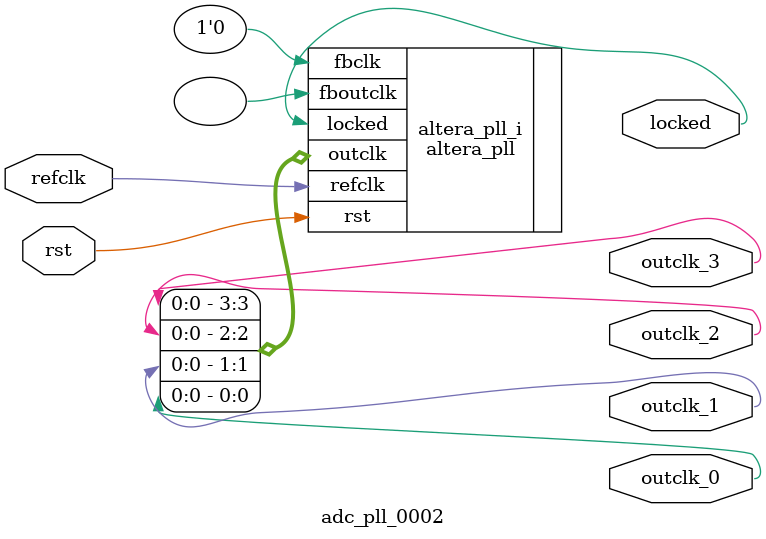
<source format=v>
`timescale 1ns/10ps
module  adc_pll_0002(

	// interface 'refclk'
	input wire refclk,

	// interface 'reset'
	input wire rst,

	// interface 'outclk0'
	output wire outclk_0,

	// interface 'outclk1'
	output wire outclk_1,

	// interface 'outclk2'
	output wire outclk_2,

	// interface 'outclk3'
	output wire outclk_3,

	// interface 'locked'
	output wire locked
);

	altera_pll #(
		.fractional_vco_multiplier("false"),
		.reference_clock_frequency("100.0 MHz"),
		.operation_mode("direct"),
		.number_of_clocks(4),
		.output_clock_frequency0("40.000000 MHz"),
		.phase_shift0("0 ps"),
		.duty_cycle0(50),
		.output_clock_frequency1("40.000000 MHz"),
		.phase_shift1("6250 ps"),
		.duty_cycle1(50),
		.output_clock_frequency2("40.000000 MHz"),
		.phase_shift2("12500 ps"),
		.duty_cycle2(50),
		.output_clock_frequency3("40.000000 MHz"),
		.phase_shift3("18750 ps"),
		.duty_cycle3(50),
		.output_clock_frequency4("0 MHz"),
		.phase_shift4("0 ps"),
		.duty_cycle4(50),
		.output_clock_frequency5("0 MHz"),
		.phase_shift5("0 ps"),
		.duty_cycle5(50),
		.output_clock_frequency6("0 MHz"),
		.phase_shift6("0 ps"),
		.duty_cycle6(50),
		.output_clock_frequency7("0 MHz"),
		.phase_shift7("0 ps"),
		.duty_cycle7(50),
		.output_clock_frequency8("0 MHz"),
		.phase_shift8("0 ps"),
		.duty_cycle8(50),
		.output_clock_frequency9("0 MHz"),
		.phase_shift9("0 ps"),
		.duty_cycle9(50),
		.output_clock_frequency10("0 MHz"),
		.phase_shift10("0 ps"),
		.duty_cycle10(50),
		.output_clock_frequency11("0 MHz"),
		.phase_shift11("0 ps"),
		.duty_cycle11(50),
		.output_clock_frequency12("0 MHz"),
		.phase_shift12("0 ps"),
		.duty_cycle12(50),
		.output_clock_frequency13("0 MHz"),
		.phase_shift13("0 ps"),
		.duty_cycle13(50),
		.output_clock_frequency14("0 MHz"),
		.phase_shift14("0 ps"),
		.duty_cycle14(50),
		.output_clock_frequency15("0 MHz"),
		.phase_shift15("0 ps"),
		.duty_cycle15(50),
		.output_clock_frequency16("0 MHz"),
		.phase_shift16("0 ps"),
		.duty_cycle16(50),
		.output_clock_frequency17("0 MHz"),
		.phase_shift17("0 ps"),
		.duty_cycle17(50),
		.pll_type("General"),
		.pll_subtype("General")
	) altera_pll_i (
		.rst	(rst),
		.outclk	({outclk_3, outclk_2, outclk_1, outclk_0}),
		.locked	(locked),
		.fboutclk	( ),
		.fbclk	(1'b0),
		.refclk	(refclk)
	);
endmodule


</source>
